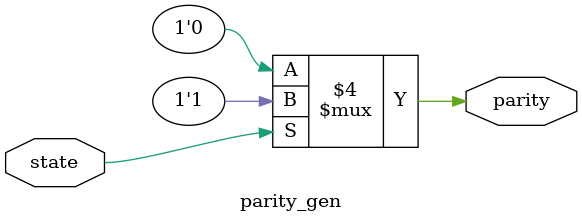
<source format=sv>
module moore_2state_parity_gen(
  input  clk,
  input  rst,
  input  in,
  output reg parity
);

  wire state, next_state;
  wire next_state_signal;

  // State Machine Module
  state_machine sm (
    .clk(clk),
    .rst(rst),
    .in(in),
    .next_state(next_state_signal),
    .state(state)
  );

  // Parity Generation Module
  parity_gen pg (
    .state(state),
    .parity(parity)
  );

  // Assign the next state to the output wire
  assign next_state = next_state_signal;

endmodule

// State Machine Submodule
module state_machine(
  input  clk,
  input  rst,
  input  in,
  output reg next_state,
  output reg state
);
  localparam EVEN = 1'b0,
             ODD  = 1'b1;

  always @(posedge clk or posedge rst) begin
    if (rst) state <= EVEN;
    else     state <= next_state;
  end

  always @* begin
    if (state == EVEN) begin
      if (in) next_state = ODD;
      else    next_state = EVEN;
    end
    else begin
      if (in) next_state = EVEN;
      else    next_state = ODD;
    end
  end
endmodule

// Parity Generation Submodule
module parity_gen(
  input state,
  output reg parity
);
  always @* begin
    if (state == 1'b1) parity = 1'b1; // ODD
    else               parity = 1'b0; // EVEN
  end
endmodule
</source>
